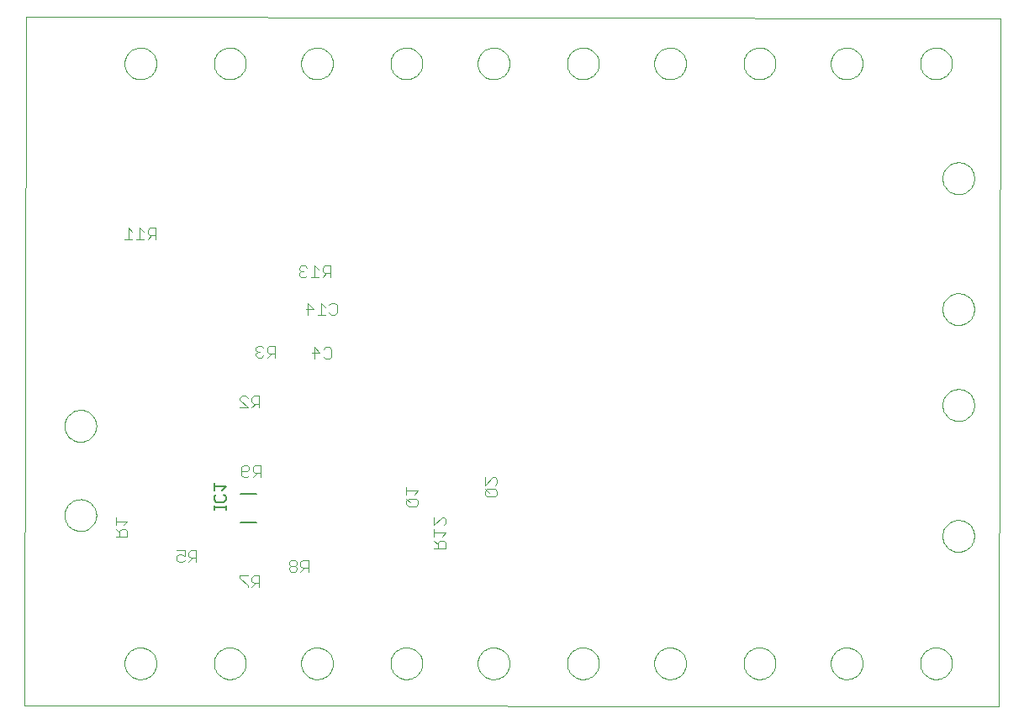
<source format=gbo>
G75*
%MOIN*%
%OFA0B0*%
%FSLAX24Y24*%
%IPPOS*%
%LPD*%
%AMOC8*
5,1,8,0,0,1.08239X$1,22.5*
%
%ADD10C,0.0000*%
%ADD11C,0.0040*%
%ADD12C,0.0060*%
%ADD13C,0.0050*%
D10*
X001708Y002271D02*
X001771Y029579D01*
X040391Y029517D01*
X040328Y002208D01*
X001708Y002271D01*
X005681Y003930D02*
X005683Y003980D01*
X005689Y004030D01*
X005699Y004079D01*
X005713Y004127D01*
X005730Y004174D01*
X005751Y004219D01*
X005776Y004263D01*
X005804Y004304D01*
X005836Y004343D01*
X005870Y004380D01*
X005907Y004414D01*
X005947Y004444D01*
X005989Y004471D01*
X006033Y004495D01*
X006079Y004516D01*
X006126Y004532D01*
X006174Y004545D01*
X006224Y004554D01*
X006273Y004559D01*
X006324Y004560D01*
X006374Y004557D01*
X006423Y004550D01*
X006472Y004539D01*
X006520Y004524D01*
X006566Y004506D01*
X006611Y004484D01*
X006654Y004458D01*
X006695Y004429D01*
X006734Y004397D01*
X006770Y004362D01*
X006802Y004324D01*
X006832Y004284D01*
X006859Y004241D01*
X006882Y004197D01*
X006901Y004151D01*
X006917Y004103D01*
X006929Y004054D01*
X006937Y004005D01*
X006941Y003955D01*
X006941Y003905D01*
X006937Y003855D01*
X006929Y003806D01*
X006917Y003757D01*
X006901Y003709D01*
X006882Y003663D01*
X006859Y003619D01*
X006832Y003576D01*
X006802Y003536D01*
X006770Y003498D01*
X006734Y003463D01*
X006695Y003431D01*
X006654Y003402D01*
X006611Y003376D01*
X006566Y003354D01*
X006520Y003336D01*
X006472Y003321D01*
X006423Y003310D01*
X006374Y003303D01*
X006324Y003300D01*
X006273Y003301D01*
X006224Y003306D01*
X006174Y003315D01*
X006126Y003328D01*
X006079Y003344D01*
X006033Y003365D01*
X005989Y003389D01*
X005947Y003416D01*
X005907Y003446D01*
X005870Y003480D01*
X005836Y003517D01*
X005804Y003556D01*
X005776Y003597D01*
X005751Y003641D01*
X005730Y003686D01*
X005713Y003733D01*
X005699Y003781D01*
X005689Y003830D01*
X005683Y003880D01*
X005681Y003930D01*
X009225Y003930D02*
X009227Y003980D01*
X009233Y004030D01*
X009243Y004079D01*
X009257Y004127D01*
X009274Y004174D01*
X009295Y004219D01*
X009320Y004263D01*
X009348Y004304D01*
X009380Y004343D01*
X009414Y004380D01*
X009451Y004414D01*
X009491Y004444D01*
X009533Y004471D01*
X009577Y004495D01*
X009623Y004516D01*
X009670Y004532D01*
X009718Y004545D01*
X009768Y004554D01*
X009817Y004559D01*
X009868Y004560D01*
X009918Y004557D01*
X009967Y004550D01*
X010016Y004539D01*
X010064Y004524D01*
X010110Y004506D01*
X010155Y004484D01*
X010198Y004458D01*
X010239Y004429D01*
X010278Y004397D01*
X010314Y004362D01*
X010346Y004324D01*
X010376Y004284D01*
X010403Y004241D01*
X010426Y004197D01*
X010445Y004151D01*
X010461Y004103D01*
X010473Y004054D01*
X010481Y004005D01*
X010485Y003955D01*
X010485Y003905D01*
X010481Y003855D01*
X010473Y003806D01*
X010461Y003757D01*
X010445Y003709D01*
X010426Y003663D01*
X010403Y003619D01*
X010376Y003576D01*
X010346Y003536D01*
X010314Y003498D01*
X010278Y003463D01*
X010239Y003431D01*
X010198Y003402D01*
X010155Y003376D01*
X010110Y003354D01*
X010064Y003336D01*
X010016Y003321D01*
X009967Y003310D01*
X009918Y003303D01*
X009868Y003300D01*
X009817Y003301D01*
X009768Y003306D01*
X009718Y003315D01*
X009670Y003328D01*
X009623Y003344D01*
X009577Y003365D01*
X009533Y003389D01*
X009491Y003416D01*
X009451Y003446D01*
X009414Y003480D01*
X009380Y003517D01*
X009348Y003556D01*
X009320Y003597D01*
X009295Y003641D01*
X009274Y003686D01*
X009257Y003733D01*
X009243Y003781D01*
X009233Y003830D01*
X009227Y003880D01*
X009225Y003930D01*
X012681Y003930D02*
X012683Y003980D01*
X012689Y004030D01*
X012699Y004079D01*
X012713Y004127D01*
X012730Y004174D01*
X012751Y004219D01*
X012776Y004263D01*
X012804Y004304D01*
X012836Y004343D01*
X012870Y004380D01*
X012907Y004414D01*
X012947Y004444D01*
X012989Y004471D01*
X013033Y004495D01*
X013079Y004516D01*
X013126Y004532D01*
X013174Y004545D01*
X013224Y004554D01*
X013273Y004559D01*
X013324Y004560D01*
X013374Y004557D01*
X013423Y004550D01*
X013472Y004539D01*
X013520Y004524D01*
X013566Y004506D01*
X013611Y004484D01*
X013654Y004458D01*
X013695Y004429D01*
X013734Y004397D01*
X013770Y004362D01*
X013802Y004324D01*
X013832Y004284D01*
X013859Y004241D01*
X013882Y004197D01*
X013901Y004151D01*
X013917Y004103D01*
X013929Y004054D01*
X013937Y004005D01*
X013941Y003955D01*
X013941Y003905D01*
X013937Y003855D01*
X013929Y003806D01*
X013917Y003757D01*
X013901Y003709D01*
X013882Y003663D01*
X013859Y003619D01*
X013832Y003576D01*
X013802Y003536D01*
X013770Y003498D01*
X013734Y003463D01*
X013695Y003431D01*
X013654Y003402D01*
X013611Y003376D01*
X013566Y003354D01*
X013520Y003336D01*
X013472Y003321D01*
X013423Y003310D01*
X013374Y003303D01*
X013324Y003300D01*
X013273Y003301D01*
X013224Y003306D01*
X013174Y003315D01*
X013126Y003328D01*
X013079Y003344D01*
X013033Y003365D01*
X012989Y003389D01*
X012947Y003416D01*
X012907Y003446D01*
X012870Y003480D01*
X012836Y003517D01*
X012804Y003556D01*
X012776Y003597D01*
X012751Y003641D01*
X012730Y003686D01*
X012713Y003733D01*
X012699Y003781D01*
X012689Y003830D01*
X012683Y003880D01*
X012681Y003930D01*
X016225Y003930D02*
X016227Y003980D01*
X016233Y004030D01*
X016243Y004079D01*
X016257Y004127D01*
X016274Y004174D01*
X016295Y004219D01*
X016320Y004263D01*
X016348Y004304D01*
X016380Y004343D01*
X016414Y004380D01*
X016451Y004414D01*
X016491Y004444D01*
X016533Y004471D01*
X016577Y004495D01*
X016623Y004516D01*
X016670Y004532D01*
X016718Y004545D01*
X016768Y004554D01*
X016817Y004559D01*
X016868Y004560D01*
X016918Y004557D01*
X016967Y004550D01*
X017016Y004539D01*
X017064Y004524D01*
X017110Y004506D01*
X017155Y004484D01*
X017198Y004458D01*
X017239Y004429D01*
X017278Y004397D01*
X017314Y004362D01*
X017346Y004324D01*
X017376Y004284D01*
X017403Y004241D01*
X017426Y004197D01*
X017445Y004151D01*
X017461Y004103D01*
X017473Y004054D01*
X017481Y004005D01*
X017485Y003955D01*
X017485Y003905D01*
X017481Y003855D01*
X017473Y003806D01*
X017461Y003757D01*
X017445Y003709D01*
X017426Y003663D01*
X017403Y003619D01*
X017376Y003576D01*
X017346Y003536D01*
X017314Y003498D01*
X017278Y003463D01*
X017239Y003431D01*
X017198Y003402D01*
X017155Y003376D01*
X017110Y003354D01*
X017064Y003336D01*
X017016Y003321D01*
X016967Y003310D01*
X016918Y003303D01*
X016868Y003300D01*
X016817Y003301D01*
X016768Y003306D01*
X016718Y003315D01*
X016670Y003328D01*
X016623Y003344D01*
X016577Y003365D01*
X016533Y003389D01*
X016491Y003416D01*
X016451Y003446D01*
X016414Y003480D01*
X016380Y003517D01*
X016348Y003556D01*
X016320Y003597D01*
X016295Y003641D01*
X016274Y003686D01*
X016257Y003733D01*
X016243Y003781D01*
X016233Y003830D01*
X016227Y003880D01*
X016225Y003930D01*
X019681Y003930D02*
X019683Y003980D01*
X019689Y004030D01*
X019699Y004079D01*
X019713Y004127D01*
X019730Y004174D01*
X019751Y004219D01*
X019776Y004263D01*
X019804Y004304D01*
X019836Y004343D01*
X019870Y004380D01*
X019907Y004414D01*
X019947Y004444D01*
X019989Y004471D01*
X020033Y004495D01*
X020079Y004516D01*
X020126Y004532D01*
X020174Y004545D01*
X020224Y004554D01*
X020273Y004559D01*
X020324Y004560D01*
X020374Y004557D01*
X020423Y004550D01*
X020472Y004539D01*
X020520Y004524D01*
X020566Y004506D01*
X020611Y004484D01*
X020654Y004458D01*
X020695Y004429D01*
X020734Y004397D01*
X020770Y004362D01*
X020802Y004324D01*
X020832Y004284D01*
X020859Y004241D01*
X020882Y004197D01*
X020901Y004151D01*
X020917Y004103D01*
X020929Y004054D01*
X020937Y004005D01*
X020941Y003955D01*
X020941Y003905D01*
X020937Y003855D01*
X020929Y003806D01*
X020917Y003757D01*
X020901Y003709D01*
X020882Y003663D01*
X020859Y003619D01*
X020832Y003576D01*
X020802Y003536D01*
X020770Y003498D01*
X020734Y003463D01*
X020695Y003431D01*
X020654Y003402D01*
X020611Y003376D01*
X020566Y003354D01*
X020520Y003336D01*
X020472Y003321D01*
X020423Y003310D01*
X020374Y003303D01*
X020324Y003300D01*
X020273Y003301D01*
X020224Y003306D01*
X020174Y003315D01*
X020126Y003328D01*
X020079Y003344D01*
X020033Y003365D01*
X019989Y003389D01*
X019947Y003416D01*
X019907Y003446D01*
X019870Y003480D01*
X019836Y003517D01*
X019804Y003556D01*
X019776Y003597D01*
X019751Y003641D01*
X019730Y003686D01*
X019713Y003733D01*
X019699Y003781D01*
X019689Y003830D01*
X019683Y003880D01*
X019681Y003930D01*
X023225Y003930D02*
X023227Y003980D01*
X023233Y004030D01*
X023243Y004079D01*
X023257Y004127D01*
X023274Y004174D01*
X023295Y004219D01*
X023320Y004263D01*
X023348Y004304D01*
X023380Y004343D01*
X023414Y004380D01*
X023451Y004414D01*
X023491Y004444D01*
X023533Y004471D01*
X023577Y004495D01*
X023623Y004516D01*
X023670Y004532D01*
X023718Y004545D01*
X023768Y004554D01*
X023817Y004559D01*
X023868Y004560D01*
X023918Y004557D01*
X023967Y004550D01*
X024016Y004539D01*
X024064Y004524D01*
X024110Y004506D01*
X024155Y004484D01*
X024198Y004458D01*
X024239Y004429D01*
X024278Y004397D01*
X024314Y004362D01*
X024346Y004324D01*
X024376Y004284D01*
X024403Y004241D01*
X024426Y004197D01*
X024445Y004151D01*
X024461Y004103D01*
X024473Y004054D01*
X024481Y004005D01*
X024485Y003955D01*
X024485Y003905D01*
X024481Y003855D01*
X024473Y003806D01*
X024461Y003757D01*
X024445Y003709D01*
X024426Y003663D01*
X024403Y003619D01*
X024376Y003576D01*
X024346Y003536D01*
X024314Y003498D01*
X024278Y003463D01*
X024239Y003431D01*
X024198Y003402D01*
X024155Y003376D01*
X024110Y003354D01*
X024064Y003336D01*
X024016Y003321D01*
X023967Y003310D01*
X023918Y003303D01*
X023868Y003300D01*
X023817Y003301D01*
X023768Y003306D01*
X023718Y003315D01*
X023670Y003328D01*
X023623Y003344D01*
X023577Y003365D01*
X023533Y003389D01*
X023491Y003416D01*
X023451Y003446D01*
X023414Y003480D01*
X023380Y003517D01*
X023348Y003556D01*
X023320Y003597D01*
X023295Y003641D01*
X023274Y003686D01*
X023257Y003733D01*
X023243Y003781D01*
X023233Y003830D01*
X023227Y003880D01*
X023225Y003930D01*
X026681Y003930D02*
X026683Y003980D01*
X026689Y004030D01*
X026699Y004079D01*
X026713Y004127D01*
X026730Y004174D01*
X026751Y004219D01*
X026776Y004263D01*
X026804Y004304D01*
X026836Y004343D01*
X026870Y004380D01*
X026907Y004414D01*
X026947Y004444D01*
X026989Y004471D01*
X027033Y004495D01*
X027079Y004516D01*
X027126Y004532D01*
X027174Y004545D01*
X027224Y004554D01*
X027273Y004559D01*
X027324Y004560D01*
X027374Y004557D01*
X027423Y004550D01*
X027472Y004539D01*
X027520Y004524D01*
X027566Y004506D01*
X027611Y004484D01*
X027654Y004458D01*
X027695Y004429D01*
X027734Y004397D01*
X027770Y004362D01*
X027802Y004324D01*
X027832Y004284D01*
X027859Y004241D01*
X027882Y004197D01*
X027901Y004151D01*
X027917Y004103D01*
X027929Y004054D01*
X027937Y004005D01*
X027941Y003955D01*
X027941Y003905D01*
X027937Y003855D01*
X027929Y003806D01*
X027917Y003757D01*
X027901Y003709D01*
X027882Y003663D01*
X027859Y003619D01*
X027832Y003576D01*
X027802Y003536D01*
X027770Y003498D01*
X027734Y003463D01*
X027695Y003431D01*
X027654Y003402D01*
X027611Y003376D01*
X027566Y003354D01*
X027520Y003336D01*
X027472Y003321D01*
X027423Y003310D01*
X027374Y003303D01*
X027324Y003300D01*
X027273Y003301D01*
X027224Y003306D01*
X027174Y003315D01*
X027126Y003328D01*
X027079Y003344D01*
X027033Y003365D01*
X026989Y003389D01*
X026947Y003416D01*
X026907Y003446D01*
X026870Y003480D01*
X026836Y003517D01*
X026804Y003556D01*
X026776Y003597D01*
X026751Y003641D01*
X026730Y003686D01*
X026713Y003733D01*
X026699Y003781D01*
X026689Y003830D01*
X026683Y003880D01*
X026681Y003930D01*
X030225Y003930D02*
X030227Y003980D01*
X030233Y004030D01*
X030243Y004079D01*
X030257Y004127D01*
X030274Y004174D01*
X030295Y004219D01*
X030320Y004263D01*
X030348Y004304D01*
X030380Y004343D01*
X030414Y004380D01*
X030451Y004414D01*
X030491Y004444D01*
X030533Y004471D01*
X030577Y004495D01*
X030623Y004516D01*
X030670Y004532D01*
X030718Y004545D01*
X030768Y004554D01*
X030817Y004559D01*
X030868Y004560D01*
X030918Y004557D01*
X030967Y004550D01*
X031016Y004539D01*
X031064Y004524D01*
X031110Y004506D01*
X031155Y004484D01*
X031198Y004458D01*
X031239Y004429D01*
X031278Y004397D01*
X031314Y004362D01*
X031346Y004324D01*
X031376Y004284D01*
X031403Y004241D01*
X031426Y004197D01*
X031445Y004151D01*
X031461Y004103D01*
X031473Y004054D01*
X031481Y004005D01*
X031485Y003955D01*
X031485Y003905D01*
X031481Y003855D01*
X031473Y003806D01*
X031461Y003757D01*
X031445Y003709D01*
X031426Y003663D01*
X031403Y003619D01*
X031376Y003576D01*
X031346Y003536D01*
X031314Y003498D01*
X031278Y003463D01*
X031239Y003431D01*
X031198Y003402D01*
X031155Y003376D01*
X031110Y003354D01*
X031064Y003336D01*
X031016Y003321D01*
X030967Y003310D01*
X030918Y003303D01*
X030868Y003300D01*
X030817Y003301D01*
X030768Y003306D01*
X030718Y003315D01*
X030670Y003328D01*
X030623Y003344D01*
X030577Y003365D01*
X030533Y003389D01*
X030491Y003416D01*
X030451Y003446D01*
X030414Y003480D01*
X030380Y003517D01*
X030348Y003556D01*
X030320Y003597D01*
X030295Y003641D01*
X030274Y003686D01*
X030257Y003733D01*
X030243Y003781D01*
X030233Y003830D01*
X030227Y003880D01*
X030225Y003930D01*
X033681Y003930D02*
X033683Y003980D01*
X033689Y004030D01*
X033699Y004079D01*
X033713Y004127D01*
X033730Y004174D01*
X033751Y004219D01*
X033776Y004263D01*
X033804Y004304D01*
X033836Y004343D01*
X033870Y004380D01*
X033907Y004414D01*
X033947Y004444D01*
X033989Y004471D01*
X034033Y004495D01*
X034079Y004516D01*
X034126Y004532D01*
X034174Y004545D01*
X034224Y004554D01*
X034273Y004559D01*
X034324Y004560D01*
X034374Y004557D01*
X034423Y004550D01*
X034472Y004539D01*
X034520Y004524D01*
X034566Y004506D01*
X034611Y004484D01*
X034654Y004458D01*
X034695Y004429D01*
X034734Y004397D01*
X034770Y004362D01*
X034802Y004324D01*
X034832Y004284D01*
X034859Y004241D01*
X034882Y004197D01*
X034901Y004151D01*
X034917Y004103D01*
X034929Y004054D01*
X034937Y004005D01*
X034941Y003955D01*
X034941Y003905D01*
X034937Y003855D01*
X034929Y003806D01*
X034917Y003757D01*
X034901Y003709D01*
X034882Y003663D01*
X034859Y003619D01*
X034832Y003576D01*
X034802Y003536D01*
X034770Y003498D01*
X034734Y003463D01*
X034695Y003431D01*
X034654Y003402D01*
X034611Y003376D01*
X034566Y003354D01*
X034520Y003336D01*
X034472Y003321D01*
X034423Y003310D01*
X034374Y003303D01*
X034324Y003300D01*
X034273Y003301D01*
X034224Y003306D01*
X034174Y003315D01*
X034126Y003328D01*
X034079Y003344D01*
X034033Y003365D01*
X033989Y003389D01*
X033947Y003416D01*
X033907Y003446D01*
X033870Y003480D01*
X033836Y003517D01*
X033804Y003556D01*
X033776Y003597D01*
X033751Y003641D01*
X033730Y003686D01*
X033713Y003733D01*
X033699Y003781D01*
X033689Y003830D01*
X033683Y003880D01*
X033681Y003930D01*
X037225Y003930D02*
X037227Y003980D01*
X037233Y004030D01*
X037243Y004079D01*
X037257Y004127D01*
X037274Y004174D01*
X037295Y004219D01*
X037320Y004263D01*
X037348Y004304D01*
X037380Y004343D01*
X037414Y004380D01*
X037451Y004414D01*
X037491Y004444D01*
X037533Y004471D01*
X037577Y004495D01*
X037623Y004516D01*
X037670Y004532D01*
X037718Y004545D01*
X037768Y004554D01*
X037817Y004559D01*
X037868Y004560D01*
X037918Y004557D01*
X037967Y004550D01*
X038016Y004539D01*
X038064Y004524D01*
X038110Y004506D01*
X038155Y004484D01*
X038198Y004458D01*
X038239Y004429D01*
X038278Y004397D01*
X038314Y004362D01*
X038346Y004324D01*
X038376Y004284D01*
X038403Y004241D01*
X038426Y004197D01*
X038445Y004151D01*
X038461Y004103D01*
X038473Y004054D01*
X038481Y004005D01*
X038485Y003955D01*
X038485Y003905D01*
X038481Y003855D01*
X038473Y003806D01*
X038461Y003757D01*
X038445Y003709D01*
X038426Y003663D01*
X038403Y003619D01*
X038376Y003576D01*
X038346Y003536D01*
X038314Y003498D01*
X038278Y003463D01*
X038239Y003431D01*
X038198Y003402D01*
X038155Y003376D01*
X038110Y003354D01*
X038064Y003336D01*
X038016Y003321D01*
X037967Y003310D01*
X037918Y003303D01*
X037868Y003300D01*
X037817Y003301D01*
X037768Y003306D01*
X037718Y003315D01*
X037670Y003328D01*
X037623Y003344D01*
X037577Y003365D01*
X037533Y003389D01*
X037491Y003416D01*
X037451Y003446D01*
X037414Y003480D01*
X037380Y003517D01*
X037348Y003556D01*
X037320Y003597D01*
X037295Y003641D01*
X037274Y003686D01*
X037257Y003733D01*
X037243Y003781D01*
X037233Y003830D01*
X037227Y003880D01*
X037225Y003930D01*
X038107Y008985D02*
X038109Y009035D01*
X038115Y009085D01*
X038125Y009134D01*
X038139Y009182D01*
X038156Y009229D01*
X038177Y009274D01*
X038202Y009318D01*
X038230Y009359D01*
X038262Y009398D01*
X038296Y009435D01*
X038333Y009469D01*
X038373Y009499D01*
X038415Y009526D01*
X038459Y009550D01*
X038505Y009571D01*
X038552Y009587D01*
X038600Y009600D01*
X038650Y009609D01*
X038699Y009614D01*
X038750Y009615D01*
X038800Y009612D01*
X038849Y009605D01*
X038898Y009594D01*
X038946Y009579D01*
X038992Y009561D01*
X039037Y009539D01*
X039080Y009513D01*
X039121Y009484D01*
X039160Y009452D01*
X039196Y009417D01*
X039228Y009379D01*
X039258Y009339D01*
X039285Y009296D01*
X039308Y009252D01*
X039327Y009206D01*
X039343Y009158D01*
X039355Y009109D01*
X039363Y009060D01*
X039367Y009010D01*
X039367Y008960D01*
X039363Y008910D01*
X039355Y008861D01*
X039343Y008812D01*
X039327Y008764D01*
X039308Y008718D01*
X039285Y008674D01*
X039258Y008631D01*
X039228Y008591D01*
X039196Y008553D01*
X039160Y008518D01*
X039121Y008486D01*
X039080Y008457D01*
X039037Y008431D01*
X038992Y008409D01*
X038946Y008391D01*
X038898Y008376D01*
X038849Y008365D01*
X038800Y008358D01*
X038750Y008355D01*
X038699Y008356D01*
X038650Y008361D01*
X038600Y008370D01*
X038552Y008383D01*
X038505Y008399D01*
X038459Y008420D01*
X038415Y008444D01*
X038373Y008471D01*
X038333Y008501D01*
X038296Y008535D01*
X038262Y008572D01*
X038230Y008611D01*
X038202Y008652D01*
X038177Y008696D01*
X038156Y008741D01*
X038139Y008788D01*
X038125Y008836D01*
X038115Y008885D01*
X038109Y008935D01*
X038107Y008985D01*
X038107Y014181D02*
X038109Y014231D01*
X038115Y014281D01*
X038125Y014330D01*
X038139Y014378D01*
X038156Y014425D01*
X038177Y014470D01*
X038202Y014514D01*
X038230Y014555D01*
X038262Y014594D01*
X038296Y014631D01*
X038333Y014665D01*
X038373Y014695D01*
X038415Y014722D01*
X038459Y014746D01*
X038505Y014767D01*
X038552Y014783D01*
X038600Y014796D01*
X038650Y014805D01*
X038699Y014810D01*
X038750Y014811D01*
X038800Y014808D01*
X038849Y014801D01*
X038898Y014790D01*
X038946Y014775D01*
X038992Y014757D01*
X039037Y014735D01*
X039080Y014709D01*
X039121Y014680D01*
X039160Y014648D01*
X039196Y014613D01*
X039228Y014575D01*
X039258Y014535D01*
X039285Y014492D01*
X039308Y014448D01*
X039327Y014402D01*
X039343Y014354D01*
X039355Y014305D01*
X039363Y014256D01*
X039367Y014206D01*
X039367Y014156D01*
X039363Y014106D01*
X039355Y014057D01*
X039343Y014008D01*
X039327Y013960D01*
X039308Y013914D01*
X039285Y013870D01*
X039258Y013827D01*
X039228Y013787D01*
X039196Y013749D01*
X039160Y013714D01*
X039121Y013682D01*
X039080Y013653D01*
X039037Y013627D01*
X038992Y013605D01*
X038946Y013587D01*
X038898Y013572D01*
X038849Y013561D01*
X038800Y013554D01*
X038750Y013551D01*
X038699Y013552D01*
X038650Y013557D01*
X038600Y013566D01*
X038552Y013579D01*
X038505Y013595D01*
X038459Y013616D01*
X038415Y013640D01*
X038373Y013667D01*
X038333Y013697D01*
X038296Y013731D01*
X038262Y013768D01*
X038230Y013807D01*
X038202Y013848D01*
X038177Y013892D01*
X038156Y013937D01*
X038139Y013984D01*
X038125Y014032D01*
X038115Y014081D01*
X038109Y014131D01*
X038107Y014181D01*
X038107Y017985D02*
X038109Y018035D01*
X038115Y018085D01*
X038125Y018134D01*
X038139Y018182D01*
X038156Y018229D01*
X038177Y018274D01*
X038202Y018318D01*
X038230Y018359D01*
X038262Y018398D01*
X038296Y018435D01*
X038333Y018469D01*
X038373Y018499D01*
X038415Y018526D01*
X038459Y018550D01*
X038505Y018571D01*
X038552Y018587D01*
X038600Y018600D01*
X038650Y018609D01*
X038699Y018614D01*
X038750Y018615D01*
X038800Y018612D01*
X038849Y018605D01*
X038898Y018594D01*
X038946Y018579D01*
X038992Y018561D01*
X039037Y018539D01*
X039080Y018513D01*
X039121Y018484D01*
X039160Y018452D01*
X039196Y018417D01*
X039228Y018379D01*
X039258Y018339D01*
X039285Y018296D01*
X039308Y018252D01*
X039327Y018206D01*
X039343Y018158D01*
X039355Y018109D01*
X039363Y018060D01*
X039367Y018010D01*
X039367Y017960D01*
X039363Y017910D01*
X039355Y017861D01*
X039343Y017812D01*
X039327Y017764D01*
X039308Y017718D01*
X039285Y017674D01*
X039258Y017631D01*
X039228Y017591D01*
X039196Y017553D01*
X039160Y017518D01*
X039121Y017486D01*
X039080Y017457D01*
X039037Y017431D01*
X038992Y017409D01*
X038946Y017391D01*
X038898Y017376D01*
X038849Y017365D01*
X038800Y017358D01*
X038750Y017355D01*
X038699Y017356D01*
X038650Y017361D01*
X038600Y017370D01*
X038552Y017383D01*
X038505Y017399D01*
X038459Y017420D01*
X038415Y017444D01*
X038373Y017471D01*
X038333Y017501D01*
X038296Y017535D01*
X038262Y017572D01*
X038230Y017611D01*
X038202Y017652D01*
X038177Y017696D01*
X038156Y017741D01*
X038139Y017788D01*
X038125Y017836D01*
X038115Y017885D01*
X038109Y017935D01*
X038107Y017985D01*
X038107Y023181D02*
X038109Y023231D01*
X038115Y023281D01*
X038125Y023330D01*
X038139Y023378D01*
X038156Y023425D01*
X038177Y023470D01*
X038202Y023514D01*
X038230Y023555D01*
X038262Y023594D01*
X038296Y023631D01*
X038333Y023665D01*
X038373Y023695D01*
X038415Y023722D01*
X038459Y023746D01*
X038505Y023767D01*
X038552Y023783D01*
X038600Y023796D01*
X038650Y023805D01*
X038699Y023810D01*
X038750Y023811D01*
X038800Y023808D01*
X038849Y023801D01*
X038898Y023790D01*
X038946Y023775D01*
X038992Y023757D01*
X039037Y023735D01*
X039080Y023709D01*
X039121Y023680D01*
X039160Y023648D01*
X039196Y023613D01*
X039228Y023575D01*
X039258Y023535D01*
X039285Y023492D01*
X039308Y023448D01*
X039327Y023402D01*
X039343Y023354D01*
X039355Y023305D01*
X039363Y023256D01*
X039367Y023206D01*
X039367Y023156D01*
X039363Y023106D01*
X039355Y023057D01*
X039343Y023008D01*
X039327Y022960D01*
X039308Y022914D01*
X039285Y022870D01*
X039258Y022827D01*
X039228Y022787D01*
X039196Y022749D01*
X039160Y022714D01*
X039121Y022682D01*
X039080Y022653D01*
X039037Y022627D01*
X038992Y022605D01*
X038946Y022587D01*
X038898Y022572D01*
X038849Y022561D01*
X038800Y022554D01*
X038750Y022551D01*
X038699Y022552D01*
X038650Y022557D01*
X038600Y022566D01*
X038552Y022579D01*
X038505Y022595D01*
X038459Y022616D01*
X038415Y022640D01*
X038373Y022667D01*
X038333Y022697D01*
X038296Y022731D01*
X038262Y022768D01*
X038230Y022807D01*
X038202Y022848D01*
X038177Y022892D01*
X038156Y022937D01*
X038139Y022984D01*
X038125Y023032D01*
X038115Y023081D01*
X038109Y023131D01*
X038107Y023181D01*
X037225Y027737D02*
X037227Y027787D01*
X037233Y027837D01*
X037243Y027886D01*
X037257Y027934D01*
X037274Y027981D01*
X037295Y028026D01*
X037320Y028070D01*
X037348Y028111D01*
X037380Y028150D01*
X037414Y028187D01*
X037451Y028221D01*
X037491Y028251D01*
X037533Y028278D01*
X037577Y028302D01*
X037623Y028323D01*
X037670Y028339D01*
X037718Y028352D01*
X037768Y028361D01*
X037817Y028366D01*
X037868Y028367D01*
X037918Y028364D01*
X037967Y028357D01*
X038016Y028346D01*
X038064Y028331D01*
X038110Y028313D01*
X038155Y028291D01*
X038198Y028265D01*
X038239Y028236D01*
X038278Y028204D01*
X038314Y028169D01*
X038346Y028131D01*
X038376Y028091D01*
X038403Y028048D01*
X038426Y028004D01*
X038445Y027958D01*
X038461Y027910D01*
X038473Y027861D01*
X038481Y027812D01*
X038485Y027762D01*
X038485Y027712D01*
X038481Y027662D01*
X038473Y027613D01*
X038461Y027564D01*
X038445Y027516D01*
X038426Y027470D01*
X038403Y027426D01*
X038376Y027383D01*
X038346Y027343D01*
X038314Y027305D01*
X038278Y027270D01*
X038239Y027238D01*
X038198Y027209D01*
X038155Y027183D01*
X038110Y027161D01*
X038064Y027143D01*
X038016Y027128D01*
X037967Y027117D01*
X037918Y027110D01*
X037868Y027107D01*
X037817Y027108D01*
X037768Y027113D01*
X037718Y027122D01*
X037670Y027135D01*
X037623Y027151D01*
X037577Y027172D01*
X037533Y027196D01*
X037491Y027223D01*
X037451Y027253D01*
X037414Y027287D01*
X037380Y027324D01*
X037348Y027363D01*
X037320Y027404D01*
X037295Y027448D01*
X037274Y027493D01*
X037257Y027540D01*
X037243Y027588D01*
X037233Y027637D01*
X037227Y027687D01*
X037225Y027737D01*
X033681Y027737D02*
X033683Y027787D01*
X033689Y027837D01*
X033699Y027886D01*
X033713Y027934D01*
X033730Y027981D01*
X033751Y028026D01*
X033776Y028070D01*
X033804Y028111D01*
X033836Y028150D01*
X033870Y028187D01*
X033907Y028221D01*
X033947Y028251D01*
X033989Y028278D01*
X034033Y028302D01*
X034079Y028323D01*
X034126Y028339D01*
X034174Y028352D01*
X034224Y028361D01*
X034273Y028366D01*
X034324Y028367D01*
X034374Y028364D01*
X034423Y028357D01*
X034472Y028346D01*
X034520Y028331D01*
X034566Y028313D01*
X034611Y028291D01*
X034654Y028265D01*
X034695Y028236D01*
X034734Y028204D01*
X034770Y028169D01*
X034802Y028131D01*
X034832Y028091D01*
X034859Y028048D01*
X034882Y028004D01*
X034901Y027958D01*
X034917Y027910D01*
X034929Y027861D01*
X034937Y027812D01*
X034941Y027762D01*
X034941Y027712D01*
X034937Y027662D01*
X034929Y027613D01*
X034917Y027564D01*
X034901Y027516D01*
X034882Y027470D01*
X034859Y027426D01*
X034832Y027383D01*
X034802Y027343D01*
X034770Y027305D01*
X034734Y027270D01*
X034695Y027238D01*
X034654Y027209D01*
X034611Y027183D01*
X034566Y027161D01*
X034520Y027143D01*
X034472Y027128D01*
X034423Y027117D01*
X034374Y027110D01*
X034324Y027107D01*
X034273Y027108D01*
X034224Y027113D01*
X034174Y027122D01*
X034126Y027135D01*
X034079Y027151D01*
X034033Y027172D01*
X033989Y027196D01*
X033947Y027223D01*
X033907Y027253D01*
X033870Y027287D01*
X033836Y027324D01*
X033804Y027363D01*
X033776Y027404D01*
X033751Y027448D01*
X033730Y027493D01*
X033713Y027540D01*
X033699Y027588D01*
X033689Y027637D01*
X033683Y027687D01*
X033681Y027737D01*
X030225Y027737D02*
X030227Y027787D01*
X030233Y027837D01*
X030243Y027886D01*
X030257Y027934D01*
X030274Y027981D01*
X030295Y028026D01*
X030320Y028070D01*
X030348Y028111D01*
X030380Y028150D01*
X030414Y028187D01*
X030451Y028221D01*
X030491Y028251D01*
X030533Y028278D01*
X030577Y028302D01*
X030623Y028323D01*
X030670Y028339D01*
X030718Y028352D01*
X030768Y028361D01*
X030817Y028366D01*
X030868Y028367D01*
X030918Y028364D01*
X030967Y028357D01*
X031016Y028346D01*
X031064Y028331D01*
X031110Y028313D01*
X031155Y028291D01*
X031198Y028265D01*
X031239Y028236D01*
X031278Y028204D01*
X031314Y028169D01*
X031346Y028131D01*
X031376Y028091D01*
X031403Y028048D01*
X031426Y028004D01*
X031445Y027958D01*
X031461Y027910D01*
X031473Y027861D01*
X031481Y027812D01*
X031485Y027762D01*
X031485Y027712D01*
X031481Y027662D01*
X031473Y027613D01*
X031461Y027564D01*
X031445Y027516D01*
X031426Y027470D01*
X031403Y027426D01*
X031376Y027383D01*
X031346Y027343D01*
X031314Y027305D01*
X031278Y027270D01*
X031239Y027238D01*
X031198Y027209D01*
X031155Y027183D01*
X031110Y027161D01*
X031064Y027143D01*
X031016Y027128D01*
X030967Y027117D01*
X030918Y027110D01*
X030868Y027107D01*
X030817Y027108D01*
X030768Y027113D01*
X030718Y027122D01*
X030670Y027135D01*
X030623Y027151D01*
X030577Y027172D01*
X030533Y027196D01*
X030491Y027223D01*
X030451Y027253D01*
X030414Y027287D01*
X030380Y027324D01*
X030348Y027363D01*
X030320Y027404D01*
X030295Y027448D01*
X030274Y027493D01*
X030257Y027540D01*
X030243Y027588D01*
X030233Y027637D01*
X030227Y027687D01*
X030225Y027737D01*
X026681Y027737D02*
X026683Y027787D01*
X026689Y027837D01*
X026699Y027886D01*
X026713Y027934D01*
X026730Y027981D01*
X026751Y028026D01*
X026776Y028070D01*
X026804Y028111D01*
X026836Y028150D01*
X026870Y028187D01*
X026907Y028221D01*
X026947Y028251D01*
X026989Y028278D01*
X027033Y028302D01*
X027079Y028323D01*
X027126Y028339D01*
X027174Y028352D01*
X027224Y028361D01*
X027273Y028366D01*
X027324Y028367D01*
X027374Y028364D01*
X027423Y028357D01*
X027472Y028346D01*
X027520Y028331D01*
X027566Y028313D01*
X027611Y028291D01*
X027654Y028265D01*
X027695Y028236D01*
X027734Y028204D01*
X027770Y028169D01*
X027802Y028131D01*
X027832Y028091D01*
X027859Y028048D01*
X027882Y028004D01*
X027901Y027958D01*
X027917Y027910D01*
X027929Y027861D01*
X027937Y027812D01*
X027941Y027762D01*
X027941Y027712D01*
X027937Y027662D01*
X027929Y027613D01*
X027917Y027564D01*
X027901Y027516D01*
X027882Y027470D01*
X027859Y027426D01*
X027832Y027383D01*
X027802Y027343D01*
X027770Y027305D01*
X027734Y027270D01*
X027695Y027238D01*
X027654Y027209D01*
X027611Y027183D01*
X027566Y027161D01*
X027520Y027143D01*
X027472Y027128D01*
X027423Y027117D01*
X027374Y027110D01*
X027324Y027107D01*
X027273Y027108D01*
X027224Y027113D01*
X027174Y027122D01*
X027126Y027135D01*
X027079Y027151D01*
X027033Y027172D01*
X026989Y027196D01*
X026947Y027223D01*
X026907Y027253D01*
X026870Y027287D01*
X026836Y027324D01*
X026804Y027363D01*
X026776Y027404D01*
X026751Y027448D01*
X026730Y027493D01*
X026713Y027540D01*
X026699Y027588D01*
X026689Y027637D01*
X026683Y027687D01*
X026681Y027737D01*
X023225Y027737D02*
X023227Y027787D01*
X023233Y027837D01*
X023243Y027886D01*
X023257Y027934D01*
X023274Y027981D01*
X023295Y028026D01*
X023320Y028070D01*
X023348Y028111D01*
X023380Y028150D01*
X023414Y028187D01*
X023451Y028221D01*
X023491Y028251D01*
X023533Y028278D01*
X023577Y028302D01*
X023623Y028323D01*
X023670Y028339D01*
X023718Y028352D01*
X023768Y028361D01*
X023817Y028366D01*
X023868Y028367D01*
X023918Y028364D01*
X023967Y028357D01*
X024016Y028346D01*
X024064Y028331D01*
X024110Y028313D01*
X024155Y028291D01*
X024198Y028265D01*
X024239Y028236D01*
X024278Y028204D01*
X024314Y028169D01*
X024346Y028131D01*
X024376Y028091D01*
X024403Y028048D01*
X024426Y028004D01*
X024445Y027958D01*
X024461Y027910D01*
X024473Y027861D01*
X024481Y027812D01*
X024485Y027762D01*
X024485Y027712D01*
X024481Y027662D01*
X024473Y027613D01*
X024461Y027564D01*
X024445Y027516D01*
X024426Y027470D01*
X024403Y027426D01*
X024376Y027383D01*
X024346Y027343D01*
X024314Y027305D01*
X024278Y027270D01*
X024239Y027238D01*
X024198Y027209D01*
X024155Y027183D01*
X024110Y027161D01*
X024064Y027143D01*
X024016Y027128D01*
X023967Y027117D01*
X023918Y027110D01*
X023868Y027107D01*
X023817Y027108D01*
X023768Y027113D01*
X023718Y027122D01*
X023670Y027135D01*
X023623Y027151D01*
X023577Y027172D01*
X023533Y027196D01*
X023491Y027223D01*
X023451Y027253D01*
X023414Y027287D01*
X023380Y027324D01*
X023348Y027363D01*
X023320Y027404D01*
X023295Y027448D01*
X023274Y027493D01*
X023257Y027540D01*
X023243Y027588D01*
X023233Y027637D01*
X023227Y027687D01*
X023225Y027737D01*
X019681Y027737D02*
X019683Y027787D01*
X019689Y027837D01*
X019699Y027886D01*
X019713Y027934D01*
X019730Y027981D01*
X019751Y028026D01*
X019776Y028070D01*
X019804Y028111D01*
X019836Y028150D01*
X019870Y028187D01*
X019907Y028221D01*
X019947Y028251D01*
X019989Y028278D01*
X020033Y028302D01*
X020079Y028323D01*
X020126Y028339D01*
X020174Y028352D01*
X020224Y028361D01*
X020273Y028366D01*
X020324Y028367D01*
X020374Y028364D01*
X020423Y028357D01*
X020472Y028346D01*
X020520Y028331D01*
X020566Y028313D01*
X020611Y028291D01*
X020654Y028265D01*
X020695Y028236D01*
X020734Y028204D01*
X020770Y028169D01*
X020802Y028131D01*
X020832Y028091D01*
X020859Y028048D01*
X020882Y028004D01*
X020901Y027958D01*
X020917Y027910D01*
X020929Y027861D01*
X020937Y027812D01*
X020941Y027762D01*
X020941Y027712D01*
X020937Y027662D01*
X020929Y027613D01*
X020917Y027564D01*
X020901Y027516D01*
X020882Y027470D01*
X020859Y027426D01*
X020832Y027383D01*
X020802Y027343D01*
X020770Y027305D01*
X020734Y027270D01*
X020695Y027238D01*
X020654Y027209D01*
X020611Y027183D01*
X020566Y027161D01*
X020520Y027143D01*
X020472Y027128D01*
X020423Y027117D01*
X020374Y027110D01*
X020324Y027107D01*
X020273Y027108D01*
X020224Y027113D01*
X020174Y027122D01*
X020126Y027135D01*
X020079Y027151D01*
X020033Y027172D01*
X019989Y027196D01*
X019947Y027223D01*
X019907Y027253D01*
X019870Y027287D01*
X019836Y027324D01*
X019804Y027363D01*
X019776Y027404D01*
X019751Y027448D01*
X019730Y027493D01*
X019713Y027540D01*
X019699Y027588D01*
X019689Y027637D01*
X019683Y027687D01*
X019681Y027737D01*
X016225Y027737D02*
X016227Y027787D01*
X016233Y027837D01*
X016243Y027886D01*
X016257Y027934D01*
X016274Y027981D01*
X016295Y028026D01*
X016320Y028070D01*
X016348Y028111D01*
X016380Y028150D01*
X016414Y028187D01*
X016451Y028221D01*
X016491Y028251D01*
X016533Y028278D01*
X016577Y028302D01*
X016623Y028323D01*
X016670Y028339D01*
X016718Y028352D01*
X016768Y028361D01*
X016817Y028366D01*
X016868Y028367D01*
X016918Y028364D01*
X016967Y028357D01*
X017016Y028346D01*
X017064Y028331D01*
X017110Y028313D01*
X017155Y028291D01*
X017198Y028265D01*
X017239Y028236D01*
X017278Y028204D01*
X017314Y028169D01*
X017346Y028131D01*
X017376Y028091D01*
X017403Y028048D01*
X017426Y028004D01*
X017445Y027958D01*
X017461Y027910D01*
X017473Y027861D01*
X017481Y027812D01*
X017485Y027762D01*
X017485Y027712D01*
X017481Y027662D01*
X017473Y027613D01*
X017461Y027564D01*
X017445Y027516D01*
X017426Y027470D01*
X017403Y027426D01*
X017376Y027383D01*
X017346Y027343D01*
X017314Y027305D01*
X017278Y027270D01*
X017239Y027238D01*
X017198Y027209D01*
X017155Y027183D01*
X017110Y027161D01*
X017064Y027143D01*
X017016Y027128D01*
X016967Y027117D01*
X016918Y027110D01*
X016868Y027107D01*
X016817Y027108D01*
X016768Y027113D01*
X016718Y027122D01*
X016670Y027135D01*
X016623Y027151D01*
X016577Y027172D01*
X016533Y027196D01*
X016491Y027223D01*
X016451Y027253D01*
X016414Y027287D01*
X016380Y027324D01*
X016348Y027363D01*
X016320Y027404D01*
X016295Y027448D01*
X016274Y027493D01*
X016257Y027540D01*
X016243Y027588D01*
X016233Y027637D01*
X016227Y027687D01*
X016225Y027737D01*
X012681Y027737D02*
X012683Y027787D01*
X012689Y027837D01*
X012699Y027886D01*
X012713Y027934D01*
X012730Y027981D01*
X012751Y028026D01*
X012776Y028070D01*
X012804Y028111D01*
X012836Y028150D01*
X012870Y028187D01*
X012907Y028221D01*
X012947Y028251D01*
X012989Y028278D01*
X013033Y028302D01*
X013079Y028323D01*
X013126Y028339D01*
X013174Y028352D01*
X013224Y028361D01*
X013273Y028366D01*
X013324Y028367D01*
X013374Y028364D01*
X013423Y028357D01*
X013472Y028346D01*
X013520Y028331D01*
X013566Y028313D01*
X013611Y028291D01*
X013654Y028265D01*
X013695Y028236D01*
X013734Y028204D01*
X013770Y028169D01*
X013802Y028131D01*
X013832Y028091D01*
X013859Y028048D01*
X013882Y028004D01*
X013901Y027958D01*
X013917Y027910D01*
X013929Y027861D01*
X013937Y027812D01*
X013941Y027762D01*
X013941Y027712D01*
X013937Y027662D01*
X013929Y027613D01*
X013917Y027564D01*
X013901Y027516D01*
X013882Y027470D01*
X013859Y027426D01*
X013832Y027383D01*
X013802Y027343D01*
X013770Y027305D01*
X013734Y027270D01*
X013695Y027238D01*
X013654Y027209D01*
X013611Y027183D01*
X013566Y027161D01*
X013520Y027143D01*
X013472Y027128D01*
X013423Y027117D01*
X013374Y027110D01*
X013324Y027107D01*
X013273Y027108D01*
X013224Y027113D01*
X013174Y027122D01*
X013126Y027135D01*
X013079Y027151D01*
X013033Y027172D01*
X012989Y027196D01*
X012947Y027223D01*
X012907Y027253D01*
X012870Y027287D01*
X012836Y027324D01*
X012804Y027363D01*
X012776Y027404D01*
X012751Y027448D01*
X012730Y027493D01*
X012713Y027540D01*
X012699Y027588D01*
X012689Y027637D01*
X012683Y027687D01*
X012681Y027737D01*
X009225Y027737D02*
X009227Y027787D01*
X009233Y027837D01*
X009243Y027886D01*
X009257Y027934D01*
X009274Y027981D01*
X009295Y028026D01*
X009320Y028070D01*
X009348Y028111D01*
X009380Y028150D01*
X009414Y028187D01*
X009451Y028221D01*
X009491Y028251D01*
X009533Y028278D01*
X009577Y028302D01*
X009623Y028323D01*
X009670Y028339D01*
X009718Y028352D01*
X009768Y028361D01*
X009817Y028366D01*
X009868Y028367D01*
X009918Y028364D01*
X009967Y028357D01*
X010016Y028346D01*
X010064Y028331D01*
X010110Y028313D01*
X010155Y028291D01*
X010198Y028265D01*
X010239Y028236D01*
X010278Y028204D01*
X010314Y028169D01*
X010346Y028131D01*
X010376Y028091D01*
X010403Y028048D01*
X010426Y028004D01*
X010445Y027958D01*
X010461Y027910D01*
X010473Y027861D01*
X010481Y027812D01*
X010485Y027762D01*
X010485Y027712D01*
X010481Y027662D01*
X010473Y027613D01*
X010461Y027564D01*
X010445Y027516D01*
X010426Y027470D01*
X010403Y027426D01*
X010376Y027383D01*
X010346Y027343D01*
X010314Y027305D01*
X010278Y027270D01*
X010239Y027238D01*
X010198Y027209D01*
X010155Y027183D01*
X010110Y027161D01*
X010064Y027143D01*
X010016Y027128D01*
X009967Y027117D01*
X009918Y027110D01*
X009868Y027107D01*
X009817Y027108D01*
X009768Y027113D01*
X009718Y027122D01*
X009670Y027135D01*
X009623Y027151D01*
X009577Y027172D01*
X009533Y027196D01*
X009491Y027223D01*
X009451Y027253D01*
X009414Y027287D01*
X009380Y027324D01*
X009348Y027363D01*
X009320Y027404D01*
X009295Y027448D01*
X009274Y027493D01*
X009257Y027540D01*
X009243Y027588D01*
X009233Y027637D01*
X009227Y027687D01*
X009225Y027737D01*
X005681Y027737D02*
X005683Y027787D01*
X005689Y027837D01*
X005699Y027886D01*
X005713Y027934D01*
X005730Y027981D01*
X005751Y028026D01*
X005776Y028070D01*
X005804Y028111D01*
X005836Y028150D01*
X005870Y028187D01*
X005907Y028221D01*
X005947Y028251D01*
X005989Y028278D01*
X006033Y028302D01*
X006079Y028323D01*
X006126Y028339D01*
X006174Y028352D01*
X006224Y028361D01*
X006273Y028366D01*
X006324Y028367D01*
X006374Y028364D01*
X006423Y028357D01*
X006472Y028346D01*
X006520Y028331D01*
X006566Y028313D01*
X006611Y028291D01*
X006654Y028265D01*
X006695Y028236D01*
X006734Y028204D01*
X006770Y028169D01*
X006802Y028131D01*
X006832Y028091D01*
X006859Y028048D01*
X006882Y028004D01*
X006901Y027958D01*
X006917Y027910D01*
X006929Y027861D01*
X006937Y027812D01*
X006941Y027762D01*
X006941Y027712D01*
X006937Y027662D01*
X006929Y027613D01*
X006917Y027564D01*
X006901Y027516D01*
X006882Y027470D01*
X006859Y027426D01*
X006832Y027383D01*
X006802Y027343D01*
X006770Y027305D01*
X006734Y027270D01*
X006695Y027238D01*
X006654Y027209D01*
X006611Y027183D01*
X006566Y027161D01*
X006520Y027143D01*
X006472Y027128D01*
X006423Y027117D01*
X006374Y027110D01*
X006324Y027107D01*
X006273Y027108D01*
X006224Y027113D01*
X006174Y027122D01*
X006126Y027135D01*
X006079Y027151D01*
X006033Y027172D01*
X005989Y027196D01*
X005947Y027223D01*
X005907Y027253D01*
X005870Y027287D01*
X005836Y027324D01*
X005804Y027363D01*
X005776Y027404D01*
X005751Y027448D01*
X005730Y027493D01*
X005713Y027540D01*
X005699Y027588D01*
X005689Y027637D01*
X005683Y027687D01*
X005681Y027737D01*
X003300Y013355D02*
X003302Y013405D01*
X003308Y013455D01*
X003318Y013504D01*
X003332Y013552D01*
X003349Y013599D01*
X003370Y013644D01*
X003395Y013688D01*
X003423Y013729D01*
X003455Y013768D01*
X003489Y013805D01*
X003526Y013839D01*
X003566Y013869D01*
X003608Y013896D01*
X003652Y013920D01*
X003698Y013941D01*
X003745Y013957D01*
X003793Y013970D01*
X003843Y013979D01*
X003892Y013984D01*
X003943Y013985D01*
X003993Y013982D01*
X004042Y013975D01*
X004091Y013964D01*
X004139Y013949D01*
X004185Y013931D01*
X004230Y013909D01*
X004273Y013883D01*
X004314Y013854D01*
X004353Y013822D01*
X004389Y013787D01*
X004421Y013749D01*
X004451Y013709D01*
X004478Y013666D01*
X004501Y013622D01*
X004520Y013576D01*
X004536Y013528D01*
X004548Y013479D01*
X004556Y013430D01*
X004560Y013380D01*
X004560Y013330D01*
X004556Y013280D01*
X004548Y013231D01*
X004536Y013182D01*
X004520Y013134D01*
X004501Y013088D01*
X004478Y013044D01*
X004451Y013001D01*
X004421Y012961D01*
X004389Y012923D01*
X004353Y012888D01*
X004314Y012856D01*
X004273Y012827D01*
X004230Y012801D01*
X004185Y012779D01*
X004139Y012761D01*
X004091Y012746D01*
X004042Y012735D01*
X003993Y012728D01*
X003943Y012725D01*
X003892Y012726D01*
X003843Y012731D01*
X003793Y012740D01*
X003745Y012753D01*
X003698Y012769D01*
X003652Y012790D01*
X003608Y012814D01*
X003566Y012841D01*
X003526Y012871D01*
X003489Y012905D01*
X003455Y012942D01*
X003423Y012981D01*
X003395Y013022D01*
X003370Y013066D01*
X003349Y013111D01*
X003332Y013158D01*
X003318Y013206D01*
X003308Y013255D01*
X003302Y013305D01*
X003300Y013355D01*
X003300Y009811D02*
X003302Y009861D01*
X003308Y009911D01*
X003318Y009960D01*
X003332Y010008D01*
X003349Y010055D01*
X003370Y010100D01*
X003395Y010144D01*
X003423Y010185D01*
X003455Y010224D01*
X003489Y010261D01*
X003526Y010295D01*
X003566Y010325D01*
X003608Y010352D01*
X003652Y010376D01*
X003698Y010397D01*
X003745Y010413D01*
X003793Y010426D01*
X003843Y010435D01*
X003892Y010440D01*
X003943Y010441D01*
X003993Y010438D01*
X004042Y010431D01*
X004091Y010420D01*
X004139Y010405D01*
X004185Y010387D01*
X004230Y010365D01*
X004273Y010339D01*
X004314Y010310D01*
X004353Y010278D01*
X004389Y010243D01*
X004421Y010205D01*
X004451Y010165D01*
X004478Y010122D01*
X004501Y010078D01*
X004520Y010032D01*
X004536Y009984D01*
X004548Y009935D01*
X004556Y009886D01*
X004560Y009836D01*
X004560Y009786D01*
X004556Y009736D01*
X004548Y009687D01*
X004536Y009638D01*
X004520Y009590D01*
X004501Y009544D01*
X004478Y009500D01*
X004451Y009457D01*
X004421Y009417D01*
X004389Y009379D01*
X004353Y009344D01*
X004314Y009312D01*
X004273Y009283D01*
X004230Y009257D01*
X004185Y009235D01*
X004139Y009217D01*
X004091Y009202D01*
X004042Y009191D01*
X003993Y009184D01*
X003943Y009181D01*
X003892Y009182D01*
X003843Y009187D01*
X003793Y009196D01*
X003745Y009209D01*
X003698Y009225D01*
X003652Y009246D01*
X003608Y009270D01*
X003566Y009297D01*
X003526Y009327D01*
X003489Y009361D01*
X003455Y009398D01*
X003423Y009437D01*
X003395Y009478D01*
X003370Y009522D01*
X003349Y009567D01*
X003332Y009614D01*
X003318Y009662D01*
X003308Y009711D01*
X003302Y009761D01*
X003300Y009811D01*
D11*
X005328Y009725D02*
X005328Y009418D01*
X005328Y009571D02*
X005788Y009571D01*
X005635Y009418D01*
X005558Y009264D02*
X005482Y009187D01*
X005482Y008957D01*
X005482Y009111D02*
X005328Y009264D01*
X005558Y009264D02*
X005712Y009264D01*
X005788Y009187D01*
X005788Y008957D01*
X005328Y008957D01*
X007754Y008413D02*
X008061Y008413D01*
X008061Y008183D01*
X007908Y008260D01*
X007831Y008260D01*
X007754Y008183D01*
X007754Y008030D01*
X007831Y007953D01*
X007984Y007953D01*
X008061Y008030D01*
X008214Y007953D02*
X008368Y008107D01*
X008291Y008107D02*
X008521Y008107D01*
X008521Y007953D02*
X008521Y008413D01*
X008291Y008413D01*
X008214Y008337D01*
X008214Y008183D01*
X008291Y008107D01*
X010254Y007413D02*
X010254Y007337D01*
X010561Y007030D01*
X010561Y006953D01*
X010714Y006953D02*
X010868Y007107D01*
X010791Y007107D02*
X011021Y007107D01*
X011021Y006953D02*
X011021Y007413D01*
X010791Y007413D01*
X010714Y007337D01*
X010714Y007183D01*
X010791Y007107D01*
X010561Y007413D02*
X010254Y007413D01*
X012196Y007642D02*
X012272Y007566D01*
X012426Y007566D01*
X012503Y007642D01*
X012503Y007719D01*
X012426Y007796D01*
X012272Y007796D01*
X012196Y007719D01*
X012196Y007642D01*
X012272Y007796D02*
X012196Y007872D01*
X012196Y007949D01*
X012272Y008026D01*
X012426Y008026D01*
X012503Y007949D01*
X012503Y007872D01*
X012426Y007796D01*
X012656Y007796D02*
X012733Y007719D01*
X012963Y007719D01*
X012810Y007719D02*
X012656Y007566D01*
X012656Y007796D02*
X012656Y007949D01*
X012733Y008026D01*
X012963Y008026D01*
X012963Y007566D01*
X016853Y010242D02*
X016930Y010166D01*
X017237Y010166D01*
X017313Y010242D01*
X017313Y010396D01*
X017237Y010472D01*
X016930Y010472D01*
X016853Y010396D01*
X016853Y010242D01*
X017007Y010319D02*
X016853Y010472D01*
X016853Y010626D02*
X016853Y010933D01*
X016853Y010779D02*
X017313Y010779D01*
X017160Y010626D01*
X017953Y009725D02*
X017953Y009418D01*
X018260Y009725D01*
X018337Y009725D01*
X018413Y009648D01*
X018413Y009494D01*
X018337Y009418D01*
X018413Y009111D02*
X017953Y009111D01*
X017953Y009264D02*
X017953Y008957D01*
X017953Y008804D02*
X018107Y008650D01*
X018107Y008727D02*
X018107Y008497D01*
X017953Y008497D02*
X018413Y008497D01*
X018413Y008727D01*
X018337Y008804D01*
X018183Y008804D01*
X018107Y008727D01*
X018260Y008957D02*
X018413Y009111D01*
X019978Y010617D02*
X020055Y010541D01*
X020362Y010541D01*
X020438Y010617D01*
X020438Y010771D01*
X020362Y010847D01*
X020055Y010847D01*
X019978Y010771D01*
X019978Y010617D01*
X020132Y010694D02*
X019978Y010847D01*
X019978Y011001D02*
X020285Y011308D01*
X020362Y011308D01*
X020438Y011231D01*
X020438Y011078D01*
X020362Y011001D01*
X019978Y011001D02*
X019978Y011308D01*
X013884Y016092D02*
X013807Y016016D01*
X013654Y016016D01*
X013577Y016092D01*
X013423Y016246D02*
X013117Y016246D01*
X013193Y016016D02*
X013193Y016476D01*
X013423Y016246D01*
X013577Y016399D02*
X013654Y016476D01*
X013807Y016476D01*
X013884Y016399D01*
X013884Y016092D01*
X011651Y016066D02*
X011651Y016526D01*
X011420Y016526D01*
X011344Y016449D01*
X011344Y016296D01*
X011420Y016219D01*
X011651Y016219D01*
X011497Y016219D02*
X011344Y016066D01*
X011190Y016142D02*
X011113Y016066D01*
X010960Y016066D01*
X010883Y016142D01*
X010883Y016219D01*
X010960Y016296D01*
X011037Y016296D01*
X010960Y016296D02*
X010883Y016372D01*
X010883Y016449D01*
X010960Y016526D01*
X011113Y016526D01*
X011190Y016449D01*
X012943Y017766D02*
X012943Y018226D01*
X013173Y017996D01*
X012867Y017996D01*
X013327Y017766D02*
X013634Y017766D01*
X013480Y017766D02*
X013480Y018226D01*
X013634Y018072D01*
X013787Y018149D02*
X013864Y018226D01*
X014018Y018226D01*
X014094Y018149D01*
X014094Y017842D01*
X014018Y017766D01*
X013864Y017766D01*
X013787Y017842D01*
X013838Y019253D02*
X013838Y019713D01*
X013608Y019713D01*
X013531Y019637D01*
X013531Y019483D01*
X013608Y019407D01*
X013838Y019407D01*
X013685Y019407D02*
X013531Y019253D01*
X013378Y019253D02*
X013071Y019253D01*
X013224Y019253D02*
X013224Y019713D01*
X013378Y019560D01*
X012917Y019637D02*
X012841Y019713D01*
X012687Y019713D01*
X012610Y019637D01*
X012610Y019560D01*
X012687Y019483D01*
X012610Y019407D01*
X012610Y019330D01*
X012687Y019253D01*
X012841Y019253D01*
X012917Y019330D01*
X012764Y019483D02*
X012687Y019483D01*
X006901Y020753D02*
X006901Y021213D01*
X006670Y021213D01*
X006594Y021137D01*
X006594Y020983D01*
X006670Y020907D01*
X006901Y020907D01*
X006747Y020907D02*
X006594Y020753D01*
X006440Y020753D02*
X006133Y020753D01*
X005980Y020753D02*
X005673Y020753D01*
X005826Y020753D02*
X005826Y021213D01*
X005980Y021060D01*
X006287Y021213D02*
X006287Y020753D01*
X006440Y021060D02*
X006287Y021213D01*
X010333Y014547D02*
X010487Y014547D01*
X010563Y014470D01*
X010717Y014470D02*
X010717Y014317D01*
X010794Y014240D01*
X011024Y014240D01*
X011024Y014087D02*
X011024Y014547D01*
X010794Y014547D01*
X010717Y014470D01*
X010870Y014240D02*
X010717Y014087D01*
X010563Y014087D02*
X010257Y014394D01*
X010257Y014470D01*
X010333Y014547D01*
X010257Y014087D02*
X010563Y014087D01*
X010547Y011788D02*
X010623Y011712D01*
X010623Y011635D01*
X010547Y011558D01*
X010317Y011558D01*
X010317Y011405D02*
X010317Y011712D01*
X010393Y011788D01*
X010547Y011788D01*
X010777Y011712D02*
X010777Y011558D01*
X010854Y011482D01*
X011084Y011482D01*
X010930Y011482D02*
X010777Y011328D01*
X010623Y011405D02*
X010547Y011328D01*
X010393Y011328D01*
X010317Y011405D01*
X010777Y011712D02*
X010854Y011788D01*
X011084Y011788D01*
X011084Y011328D01*
D12*
X010893Y010642D02*
X010273Y010642D01*
X010273Y009524D02*
X010893Y009524D01*
D13*
X009696Y010033D02*
X009696Y010183D01*
X009696Y010108D02*
X009246Y010108D01*
X009246Y010033D02*
X009246Y010183D01*
X009321Y010340D02*
X009246Y010415D01*
X009246Y010565D01*
X009321Y010640D01*
X009246Y010800D02*
X009246Y011101D01*
X009246Y010951D02*
X009696Y010951D01*
X009546Y010800D01*
X009621Y010640D02*
X009696Y010565D01*
X009696Y010415D01*
X009621Y010340D01*
X009321Y010340D01*
M02*

</source>
